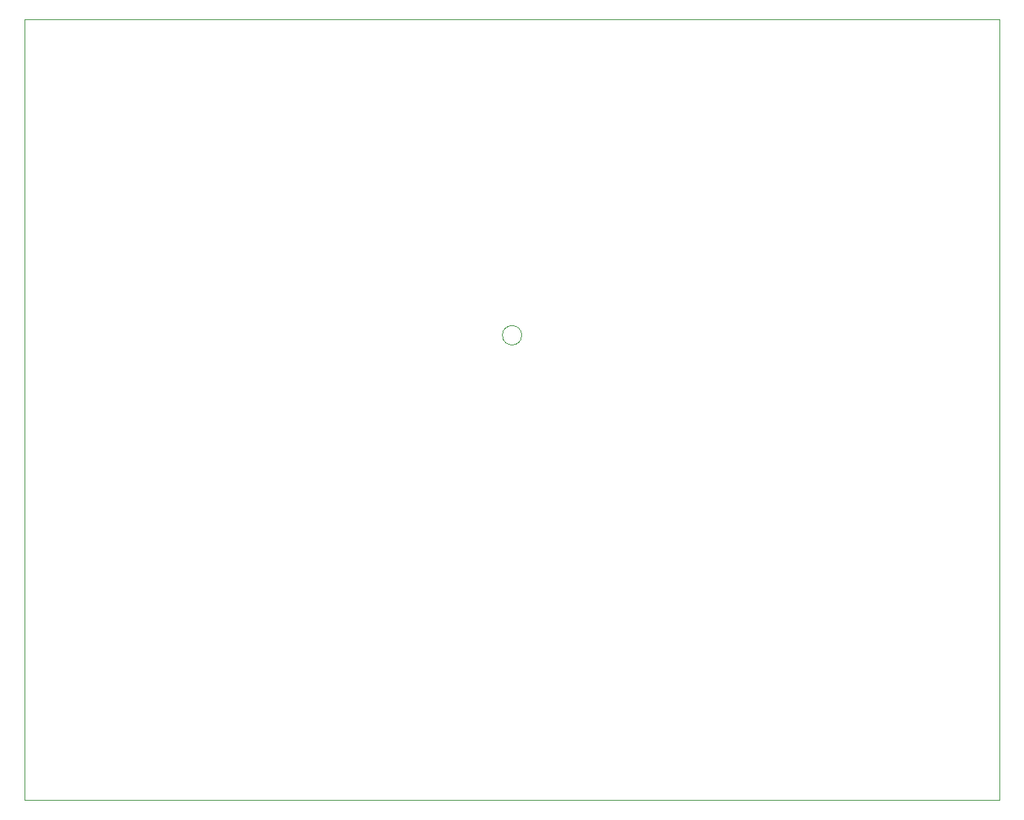
<source format=gbr>
G04 #@! TF.GenerationSoftware,KiCad,Pcbnew,9.0.0*
G04 #@! TF.CreationDate,2025-09-07T21:01:46+01:00*
G04 #@! TF.ProjectId,split_keyboard_1,73706c69-745f-46b6-9579-626f6172645f,rev?*
G04 #@! TF.SameCoordinates,Original*
G04 #@! TF.FileFunction,Profile,NP*
%FSLAX46Y46*%
G04 Gerber Fmt 4.6, Leading zero omitted, Abs format (unit mm)*
G04 Created by KiCad (PCBNEW 9.0.0) date 2025-09-07 21:01:46*
%MOMM*%
%LPD*%
G01*
G04 APERTURE LIST*
G04 #@! TA.AperFunction,Profile*
%ADD10C,0.050000*%
G04 #@! TD*
G04 APERTURE END LIST*
D10*
X145850000Y-94500000D02*
G75*
G02*
X143650000Y-94500000I-1100000J0D01*
G01*
X143650000Y-94500000D02*
G75*
G02*
X145850000Y-94500000I1100000J0D01*
G01*
X89250000Y-58500000D02*
X200250000Y-58500000D01*
X200250000Y-147500000D01*
X89250000Y-147500000D01*
X89250000Y-58500000D01*
M02*

</source>
